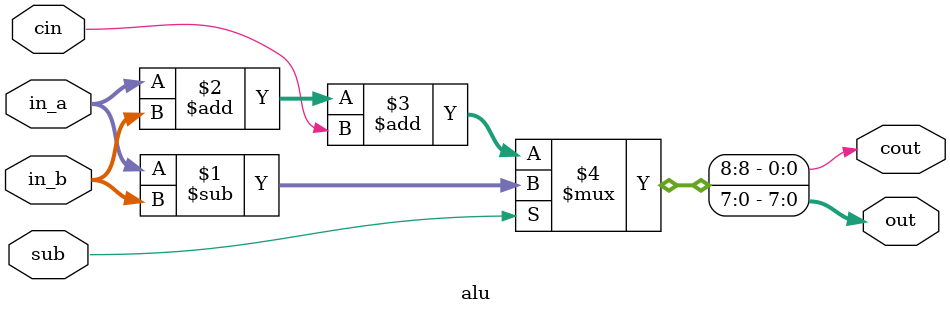
<source format=v>
module alu(
  input wire cin,
  input wire sub,
  output wire cout,
  input wire [N-1:0] in_a,
  input wire [N-1:0] in_b,
  output wire [N-1:0] out
);

  parameter N = 8;

  assign {cout, out} = sub ? in_a - in_b : in_a + in_b + cin;

endmodule

</source>
